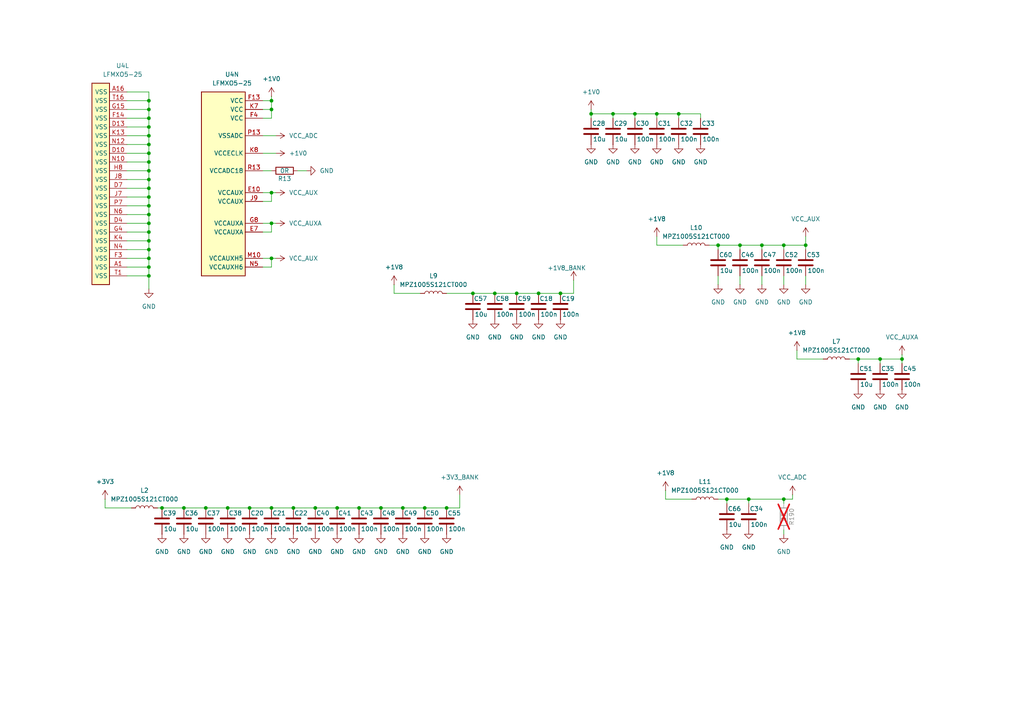
<source format=kicad_sch>
(kicad_sch (version 20231120) (generator "eeschema") (generator_version "8.0")
  (paper "A4")
  (junction (at 43.18 46.99))
  (junction (at 248.92 104.14))
  (junction (at 227.33 144.78))
  (junction (at 59.69 147.32))
  (junction (at 43.18 62.23))
  (junction (at 43.18 39.37))
  (junction (at 53.34 147.32))
  (junction (at 104.14 147.32))
  (junction (at 227.33 71.12))
  (junction (at 43.18 54.61))
  (junction (at 72.39 147.32))
  (junction (at 190.5 33.02))
  (junction (at 78.74 64.77))
  (junction (at 171.45 33.02))
  (junction (at 129.54 147.32))
  (junction (at 162.56 85.09))
  (junction (at 43.18 44.45))
  (junction (at 43.18 74.93))
  (junction (at 196.85 33.02))
  (junction (at 78.74 55.88))
  (junction (at 43.18 77.47))
  (junction (at 43.18 67.31))
  (junction (at 46.99 147.32))
  (junction (at 43.18 52.07))
  (junction (at 43.18 57.15))
  (junction (at 43.18 36.83))
  (junction (at 210.82 144.78))
  (junction (at 97.79 147.32))
  (junction (at 78.74 74.93))
  (junction (at 43.18 69.85))
  (junction (at 184.15 33.02))
  (junction (at 149.86 85.09))
  (junction (at 78.74 31.75))
  (junction (at 177.8 33.02))
  (junction (at 233.68 71.12))
  (junction (at 43.18 80.01))
  (junction (at 91.44 147.32))
  (junction (at 110.49 147.32))
  (junction (at 137.16 85.09))
  (junction (at 43.18 59.69))
  (junction (at 43.18 29.21))
  (junction (at 43.18 72.39))
  (junction (at 220.98 71.12))
  (junction (at 43.18 64.77))
  (junction (at 214.63 71.12))
  (junction (at 43.18 31.75))
  (junction (at 78.74 29.21))
  (junction (at 123.19 147.32))
  (junction (at 143.51 85.09))
  (junction (at 43.18 49.53))
  (junction (at 255.27 104.14))
  (junction (at 208.28 71.12))
  (junction (at 217.17 144.78))
  (junction (at 261.62 104.14))
  (junction (at 116.84 147.32))
  (junction (at 43.18 34.29))
  (junction (at 66.04 147.32))
  (junction (at 43.18 41.91))
  (junction (at 78.74 147.32))
  (junction (at 85.09 147.32))
  (junction (at 156.21 85.09))
  (wire (pts (xy 208.28 80.01) (xy 208.28 82.55)))
  (wire (pts (xy 45.72 147.32) (xy 46.99 147.32)))
  (wire (pts (xy 208.28 71.12) (xy 208.28 72.39)))
  (wire (pts (xy 76.2 39.37) (xy 80.01 39.37)))
  (wire (pts (xy 76.2 31.75) (xy 78.74 31.75)))
  (wire (pts (xy 43.18 26.67) (xy 36.83 26.67)))
  (wire (pts (xy 78.74 27.94) (xy 78.74 29.21)))
  (wire (pts (xy 156.21 85.09) (xy 149.86 85.09)))
  (wire (pts (xy 36.83 80.01) (xy 43.18 80.01)))
  (wire (pts (xy 129.54 147.32) (xy 123.19 147.32)))
  (wire (pts (xy 36.83 59.69) (xy 43.18 59.69)))
  (wire (pts (xy 208.28 144.78) (xy 210.82 144.78)))
  (wire (pts (xy 38.1 147.32) (xy 30.48 147.32)))
  (wire (pts (xy 227.33 144.78) (xy 217.17 144.78)))
  (wire (pts (xy 36.83 54.61) (xy 43.18 54.61)))
  (wire (pts (xy 36.83 29.21) (xy 43.18 29.21)))
  (wire (pts (xy 190.5 68.58) (xy 190.5 71.12)))
  (wire (pts (xy 43.18 49.53) (xy 43.18 46.99)))
  (wire (pts (xy 171.45 31.75) (xy 171.45 33.02)))
  (wire (pts (xy 43.18 54.61) (xy 43.18 52.07)))
  (wire (pts (xy 227.33 71.12) (xy 227.33 72.39)))
  (wire (pts (xy 36.83 77.47) (xy 43.18 77.47)))
  (wire (pts (xy 227.33 80.01) (xy 227.33 82.55)))
  (wire (pts (xy 43.18 59.69) (xy 43.18 57.15)))
  (wire (pts (xy 104.14 147.32) (xy 97.79 147.32)))
  (wire (pts (xy 43.18 80.01) (xy 43.18 77.47)))
  (wire (pts (xy 162.56 85.09) (xy 156.21 85.09)))
  (wire (pts (xy 43.18 62.23) (xy 43.18 59.69)))
  (wire (pts (xy 255.27 104.14) (xy 261.62 104.14)))
  (wire (pts (xy 208.28 71.12) (xy 214.63 71.12)))
  (wire (pts (xy 43.18 74.93) (xy 43.18 72.39)))
  (wire (pts (xy 36.83 46.99) (xy 43.18 46.99)))
  (wire (pts (xy 97.79 147.32) (xy 91.44 147.32)))
  (wire (pts (xy 43.18 29.21) (xy 43.18 26.67)))
  (wire (pts (xy 114.3 82.55) (xy 114.3 85.09)))
  (wire (pts (xy 133.35 147.32) (xy 129.54 147.32)))
  (wire (pts (xy 43.18 83.82) (xy 43.18 80.01)))
  (wire (pts (xy 227.33 144.78) (xy 227.33 146.05)))
  (wire (pts (xy 78.74 29.21) (xy 78.74 31.75)))
  (wire (pts (xy 261.62 102.87) (xy 261.62 104.14)))
  (wire (pts (xy 231.14 104.14) (xy 238.76 104.14)))
  (wire (pts (xy 214.63 80.01) (xy 214.63 82.55)))
  (wire (pts (xy 190.5 33.02) (xy 184.15 33.02)))
  (wire (pts (xy 137.16 85.09) (xy 143.51 85.09)))
  (wire (pts (xy 233.68 80.01) (xy 233.68 82.55)))
  (wire (pts (xy 43.18 44.45) (xy 43.18 41.91)))
  (wire (pts (xy 227.33 153.67) (xy 227.33 154.94)))
  (wire (pts (xy 190.5 71.12) (xy 198.12 71.12)))
  (wire (pts (xy 203.2 33.02) (xy 203.2 34.29)))
  (wire (pts (xy 78.74 64.77) (xy 78.74 67.31)))
  (wire (pts (xy 43.18 41.91) (xy 43.18 39.37)))
  (wire (pts (xy 36.83 64.77) (xy 43.18 64.77)))
  (wire (pts (xy 43.18 69.85) (xy 43.18 67.31)))
  (wire (pts (xy 123.19 147.32) (xy 116.84 147.32)))
  (wire (pts (xy 210.82 144.78) (xy 217.17 144.78)))
  (wire (pts (xy 36.83 57.15) (xy 43.18 57.15)))
  (wire (pts (xy 193.04 144.78) (xy 200.66 144.78)))
  (wire (pts (xy 248.92 104.14) (xy 255.27 104.14)))
  (wire (pts (xy 78.74 55.88) (xy 80.01 55.88)))
  (wire (pts (xy 196.85 33.02) (xy 196.85 34.29)))
  (wire (pts (xy 210.82 144.78) (xy 210.82 146.05)))
  (wire (pts (xy 76.2 29.21) (xy 78.74 29.21)))
  (wire (pts (xy 110.49 147.32) (xy 104.14 147.32)))
  (wire (pts (xy 85.09 147.32) (xy 78.74 147.32)))
  (wire (pts (xy 78.74 74.93) (xy 80.01 74.93)))
  (wire (pts (xy 76.2 77.47) (xy 78.74 77.47)))
  (wire (pts (xy 36.83 44.45) (xy 43.18 44.45)))
  (wire (pts (xy 36.83 36.83) (xy 43.18 36.83)))
  (wire (pts (xy 177.8 33.02) (xy 171.45 33.02)))
  (wire (pts (xy 229.87 144.78) (xy 227.33 144.78)))
  (wire (pts (xy 255.27 104.14) (xy 255.27 105.41)))
  (wire (pts (xy 203.2 33.02) (xy 196.85 33.02)))
  (wire (pts (xy 43.18 39.37) (xy 43.18 36.83)))
  (wire (pts (xy 76.2 64.77) (xy 78.74 64.77)))
  (wire (pts (xy 36.83 39.37) (xy 43.18 39.37)))
  (wire (pts (xy 78.74 74.93) (xy 78.74 77.47)))
  (wire (pts (xy 193.04 142.24) (xy 193.04 144.78)))
  (wire (pts (xy 76.2 74.93) (xy 78.74 74.93)))
  (wire (pts (xy 76.2 49.53) (xy 78.74 49.53)))
  (wire (pts (xy 36.83 31.75) (xy 43.18 31.75)))
  (wire (pts (xy 261.62 105.41) (xy 261.62 104.14)))
  (wire (pts (xy 78.74 31.75) (xy 78.74 34.29)))
  (wire (pts (xy 78.74 55.88) (xy 78.74 58.42)))
  (wire (pts (xy 91.44 147.32) (xy 85.09 147.32)))
  (wire (pts (xy 43.18 77.47) (xy 43.18 74.93)))
  (wire (pts (xy 43.18 67.31) (xy 43.18 64.77)))
  (wire (pts (xy 53.34 147.32) (xy 59.69 147.32)))
  (wire (pts (xy 116.84 147.32) (xy 110.49 147.32)))
  (wire (pts (xy 36.83 69.85) (xy 43.18 69.85)))
  (wire (pts (xy 162.56 85.09) (xy 166.37 85.09)))
  (wire (pts (xy 214.63 71.12) (xy 220.98 71.12)))
  (wire (pts (xy 59.69 147.32) (xy 66.04 147.32)))
  (wire (pts (xy 76.2 67.31) (xy 78.74 67.31)))
  (wire (pts (xy 143.51 85.09) (xy 149.86 85.09)))
  (wire (pts (xy 36.83 67.31) (xy 43.18 67.31)))
  (wire (pts (xy 184.15 33.02) (xy 184.15 34.29)))
  (wire (pts (xy 43.18 72.39) (xy 43.18 69.85)))
  (wire (pts (xy 78.74 64.77) (xy 80.01 64.77)))
  (wire (pts (xy 196.85 33.02) (xy 190.5 33.02)))
  (wire (pts (xy 76.2 34.29) (xy 78.74 34.29)))
  (wire (pts (xy 36.83 34.29) (xy 43.18 34.29)))
  (wire (pts (xy 171.45 33.02) (xy 171.45 34.29)))
  (wire (pts (xy 43.18 52.07) (xy 43.18 49.53)))
  (wire (pts (xy 46.99 147.32) (xy 53.34 147.32)))
  (wire (pts (xy 227.33 71.12) (xy 233.68 71.12)))
  (wire (pts (xy 76.2 44.45) (xy 80.01 44.45)))
  (wire (pts (xy 43.18 36.83) (xy 43.18 34.29)))
  (wire (pts (xy 43.18 64.77) (xy 43.18 62.23)))
  (wire (pts (xy 214.63 71.12) (xy 214.63 72.39)))
  (wire (pts (xy 220.98 80.01) (xy 220.98 82.55)))
  (wire (pts (xy 36.83 62.23) (xy 43.18 62.23)))
  (wire (pts (xy 36.83 41.91) (xy 43.18 41.91)))
  (wire (pts (xy 229.87 143.51) (xy 229.87 144.78)))
  (wire (pts (xy 43.18 46.99) (xy 43.18 44.45)))
  (wire (pts (xy 166.37 81.28) (xy 166.37 85.09)))
  (wire (pts (xy 220.98 71.12) (xy 227.33 71.12)))
  (wire (pts (xy 43.18 34.29) (xy 43.18 31.75)))
  (wire (pts (xy 78.74 147.32) (xy 72.39 147.32)))
  (wire (pts (xy 220.98 71.12) (xy 220.98 72.39)))
  (wire (pts (xy 190.5 33.02) (xy 190.5 34.29)))
  (wire (pts (xy 129.54 85.09) (xy 137.16 85.09)))
  (wire (pts (xy 86.36 49.53) (xy 88.9 49.53)))
  (wire (pts (xy 205.74 71.12) (xy 208.28 71.12)))
  (wire (pts (xy 36.83 74.93) (xy 43.18 74.93)))
  (wire (pts (xy 177.8 33.02) (xy 177.8 34.29)))
  (wire (pts (xy 36.83 72.39) (xy 43.18 72.39)))
  (wire (pts (xy 36.83 52.07) (xy 43.18 52.07)))
  (wire (pts (xy 233.68 68.58) (xy 233.68 71.12)))
  (wire (pts (xy 233.68 71.12) (xy 233.68 72.39)))
  (wire (pts (xy 43.18 57.15) (xy 43.18 54.61)))
  (wire (pts (xy 248.92 104.14) (xy 248.92 105.41)))
  (wire (pts (xy 36.83 49.53) (xy 43.18 49.53)))
  (wire (pts (xy 217.17 144.78) (xy 217.17 146.05)))
  (wire (pts (xy 72.39 147.32) (xy 66.04 147.32)))
  (wire (pts (xy 184.15 33.02) (xy 177.8 33.02)))
  (wire (pts (xy 231.14 101.6) (xy 231.14 104.14)))
  (wire (pts (xy 30.48 144.78) (xy 30.48 147.32)))
  (wire (pts (xy 76.2 58.42) (xy 78.74 58.42)))
  (wire (pts (xy 246.38 104.14) (xy 248.92 104.14)))
  (wire (pts (xy 121.92 85.09) (xy 114.3 85.09)))
  (wire (pts (xy 133.35 143.51) (xy 133.35 147.32)))
  (wire (pts (xy 76.2 55.88) (xy 78.74 55.88)))
  (wire (pts (xy 43.18 31.75) (xy 43.18 29.21)))
  (symbol (lib_id "power:GND") (at 78.74 154.94 0) (unit 1)
    (property "Reference" "#PWR029" (effects (hide yes)))
    (property "Value" "GND" (at 78.74 160.02 0))
    (property "Description" "Power symbol creates a global label with name \"GND\" , ground" (effects (hide yes)))
  )
  (symbol (lib_id "Device:C") (at 184.15 38.1 0) (unit 1)
    (property "Reference" "C30" (at 184.404 35.814 0) (effects (justify left)))
    (property "Value" "100n" (at 184.658 40.386 0) (effects (justify left)))
    (property "Footprint" "Capacitor_SMD:C_0402_1005Metric" (effects (hide yes)))
    (property "Description" "Unpolarized capacitor" (effects (hide yes)))
  )
  (symbol (lib_id "power:+1V0") (at 114.3 82.55 0) (unit 1)
    (property "Reference" "#PWR093" (effects (hide yes)))
    (property "Value" "+1V8" (at 114.3 77.47 0))
    (property "Description" "Power symbol creates a global label with name \"+1V0\"" (effects (hide yes)))
  )
  (symbol (lib_id "power:GND") (at 137.16 92.71 0) (unit 1)
    (property "Reference" "#PWR0100" (effects (hide yes)))
    (property "Value" "GND" (at 137.16 97.79 0))
    (property "Description" "Power symbol creates a global label with name \"GND\" , ground" (effects (hide yes)))
  )
  (symbol (lib_id "Device:C") (at 72.39 151.13 0) (unit 1)
    (property "Reference" "C20" (at 72.644 148.844 0) (effects (justify left)))
    (property "Value" "100n" (at 72.898 153.416 0) (effects (justify left)))
    (property "Footprint" "Capacitor_SMD:C_0402_1005Metric" (effects (hide yes)))
    (property "Description" "Unpolarized capacitor" (effects (hide yes)))
  )
  (symbol (lib_id "power:GND") (at 116.84 154.94 0) (unit 1)
    (property "Reference" "#PWR069" (effects (hide yes)))
    (property "Value" "GND" (at 116.84 160.02 0))
    (property "Description" "Power symbol creates a global label with name \"GND\" , ground" (effects (hide yes)))
  )
  (symbol (lib_id "Device:C") (at 261.62 109.22 0) (unit 1)
    (property "Reference" "C45" (at 261.874 106.934 0) (effects (justify left)))
    (property "Value" "100n" (at 262.128 111.506 0) (effects (justify left)))
    (property "Footprint" "Capacitor_SMD:C_0402_1005Metric" (effects (hide yes)))
    (property "Description" "Unpolarized capacitor" (effects (hide yes)))
  )
  (symbol (lib_id "Device:C") (at 214.63 76.2 0) (unit 1)
    (property "Reference" "C46" (at 214.884 73.914 0) (effects (justify left)))
    (property "Value" "100n" (at 215.138 78.486 0) (effects (justify left)))
    (property "Footprint" "Capacitor_SMD:C_0402_1005Metric" (effects (hide yes)))
    (property "Description" "Unpolarized capacitor" (effects (hide yes)))
  )
  (symbol (lib_id "Device:C") (at 208.28 76.2 0) (unit 1)
    (property "Reference" "C60" (at 208.534 73.914 0) (effects (justify left)))
    (property "Value" "10u" (at 208.788 78.486 0) (effects (justify left)))
    (property "Footprint" "Capacitor_SMD:C_0603_1608Metric" (effects (hide yes)))
    (property "Description" "Unpolarized capacitor" (effects (hide yes)))
  )
  (symbol (lib_id "power:+1V0") (at 233.68 68.58 0) (unit 1)
    (property "Reference" "#PWR084" (effects (hide yes)))
    (property "Value" "VCC_AUX" (at 233.68 63.5 0))
    (property "Description" "Power symbol creates a global label with name \"+1V0\"" (effects (hide yes)))
  )
  (symbol (lib_id "Device:C") (at 203.2 38.1 0) (unit 1)
    (property "Reference" "C33" (at 203.454 35.814 0) (effects (justify left)))
    (property "Value" "100n" (at 203.708 40.386 0) (effects (justify left)))
    (property "Footprint" "Capacitor_SMD:C_0402_1005Metric" (effects (hide yes)))
    (property "Description" "Unpolarized capacitor" (effects (hide yes)))
  )
  (symbol (lib_id "Device:C") (at 137.16 88.9 0) (unit 1)
    (property "Reference" "C57" (at 137.414 86.614 0) (effects (justify left)))
    (property "Value" "10u" (at 137.668 91.186 0) (effects (justify left)))
    (property "Footprint" "Capacitor_SMD:C_0603_1608Metric" (effects (hide yes)))
    (property "Description" "Unpolarized capacitor" (effects (hide yes)))
  )
  (symbol (lib_id "power:GND") (at 196.85 41.91 0) (unit 1)
    (property "Reference" "#PWR053" (effects (hide yes)))
    (property "Value" "GND" (at 196.85 46.99 0))
    (property "Description" "Power symbol creates a global label with name \"GND\" , ground" (effects (hide yes)))
  )
  (symbol (lib_id "Device:C") (at 227.33 76.2 0) (unit 1)
    (property "Reference" "C52" (at 227.584 73.914 0) (effects (justify left)))
    (property "Value" "100n" (at 227.838 78.486 0) (effects (justify left)))
    (property "Footprint" "Capacitor_SMD:C_0402_1005Metric" (effects (hide yes)))
    (property "Description" "Unpolarized capacitor" (effects (hide yes)))
  )
  (symbol (lib_id "power:GND") (at 248.92 113.03 0) (unit 1)
    (property "Reference" "#PWR088" (effects (hide yes)))
    (property "Value" "GND" (at 248.92 118.11 0))
    (property "Description" "Power symbol creates a global label with name \"GND\" , ground" (effects (hide yes)))
  )
  (symbol (lib_id "power:GND") (at 156.21 92.71 0) (unit 1)
    (property "Reference" "#PWR026" (effects (hide yes)))
    (property "Value" "GND" (at 156.21 97.79 0))
    (property "Description" "Power symbol creates a global label with name \"GND\" , ground" (effects (hide yes)))
  )
  (symbol (lib_id "Device:L") (at 201.93 71.12 90) (unit 1)
    (property "Reference" "L10" (at 201.93 66.04 90))
    (property "Value" "MPZ1005S121CT000" (at 201.93 68.58 90))
    (property "Footprint" "Inductor_SMD:L_0402_1005Metric" (effects (hide yes)))
    (property "Description" "Inductor" (effects (hide yes)))
  )
  (symbol (lib_id "power:GND") (at 91.44 154.94 0) (unit 1)
    (property "Reference" "#PWR031" (effects (hide yes)))
    (property "Value" "GND" (at 91.44 160.02 0))
    (property "Description" "Power symbol creates a global label with name \"GND\" , ground" (effects (hide yes)))
  )
  (symbol (lib_id "power:GND") (at 123.19 154.94 0) (unit 1)
    (property "Reference" "#PWR070" (effects (hide yes)))
    (property "Value" "GND" (at 123.19 160.02 0))
    (property "Description" "Power symbol creates a global label with name \"GND\" , ground" (effects (hide yes)))
  )
  (symbol (lib_id "power:GND") (at 208.28 82.55 0) (unit 1)
    (property "Reference" "#PWR0103" (effects (hide yes)))
    (property "Value" "GND" (at 208.28 87.63 0))
    (property "Description" "Power symbol creates a global label with name \"GND\" , ground" (effects (hide yes)))
  )
  (symbol (lib_id "Device:C") (at 162.56 88.9 0) (unit 1)
    (property "Reference" "C19" (at 162.814 86.614 0) (effects (justify left)))
    (property "Value" "100n" (at 163.068 91.186 0) (effects (justify left)))
    (property "Footprint" "Capacitor_SMD:C_0402_1005Metric" (effects (hide yes)))
    (property "Description" "Unpolarized capacitor" (effects (hide yes)))
  )
  (symbol (lib_id "Device:C") (at 233.68 76.2 0) (unit 1)
    (property "Reference" "C53" (at 233.934 73.914 0) (effects (justify left)))
    (property "Value" "100n" (at 234.188 78.486 0) (effects (justify left)))
    (property "Footprint" "Capacitor_SMD:C_0402_1005Metric" (effects (hide yes)))
    (property "Description" "Unpolarized capacitor" (effects (hide yes)))
  )
  (symbol (lib_id "Device:C") (at 149.86 88.9 0) (unit 1)
    (property "Reference" "C59" (at 150.114 86.614 0) (effects (justify left)))
    (property "Value" "100n" (at 150.368 91.186 0) (effects (justify left)))
    (property "Footprint" "Capacitor_SMD:C_0402_1005Metric" (effects (hide yes)))
    (property "Description" "Unpolarized capacitor" (effects (hide yes)))
  )
  (symbol (lib_id "power:+1V0") (at 80.01 64.77 270) (unit 1)
    (property "Reference" "#PWR065" (effects (hide yes)))
    (property "Value" "VCC_AUXA" (at 83.82 64.7699 90) (effects (justify left)))
    (property "Description" "Power symbol creates a global label with name \"+1V0\"" (effects (hide yes)))
  )
  (symbol (lib_id "power:GND") (at 255.27 113.03 0) (unit 1)
    (property "Reference" "#PWR089" (effects (hide yes)))
    (property "Value" "GND" (at 255.27 118.11 0))
    (property "Description" "Power symbol creates a global label with name \"GND\" , ground" (effects (hide yes)))
  )
  (symbol (lib_id "Device:C") (at 97.79 151.13 0) (unit 1)
    (property "Reference" "C41" (at 98.044 148.844 0) (effects (justify left)))
    (property "Value" "100n" (at 98.298 153.416 0) (effects (justify left)))
    (property "Footprint" "Capacitor_SMD:C_0402_1005Metric" (effects (hide yes)))
    (property "Description" "Unpolarized capacitor" (effects (hide yes)))
  )
  (symbol (lib_id "power:+1V0") (at 229.87 143.51 0) (unit 1)
    (property "Reference" "#PWR0109" (effects (hide yes)))
    (property "Value" "VCC_ADC" (at 229.87 138.43 0))
    (property "Description" "Power symbol creates a global label with name \"+1V0\"" (effects (hide yes)))
  )
  (symbol (lib_id "Device:C") (at 110.49 151.13 0) (unit 1)
    (property "Reference" "C48" (at 110.744 148.844 0) (effects (justify left)))
    (property "Value" "100n" (at 110.998 153.416 0) (effects (justify left)))
    (property "Footprint" "Capacitor_SMD:C_0402_1005Metric" (effects (hide yes)))
    (property "Description" "Unpolarized capacitor" (effects (hide yes)))
  )
  (symbol (lib_id "Device:L") (at 41.91 147.32 90) (unit 1)
    (property "Reference" "L2" (at 41.91 142.24 90))
    (property "Value" "MPZ1005S121CT000" (at 41.91 144.78 90))
    (property "Footprint" "Inductor_SMD:L_0402_1005Metric" (effects (hide yes)))
    (property "Description" "Inductor" (effects (hide yes)))
  )
  (symbol (lib_id "power:GND") (at 97.79 154.94 0) (unit 1)
    (property "Reference" "#PWR032" (effects (hide yes)))
    (property "Value" "GND" (at 97.79 160.02 0))
    (property "Description" "Power symbol creates a global label with name \"GND\" , ground" (effects (hide yes)))
  )
  (symbol (lib_id "Device:C") (at 104.14 151.13 0) (unit 1)
    (property "Reference" "C43" (at 104.394 148.844 0) (effects (justify left)))
    (property "Value" "100n" (at 104.648 153.416 0) (effects (justify left)))
    (property "Footprint" "Capacitor_SMD:C_0402_1005Metric" (effects (hide yes)))
    (property "Description" "Unpolarized capacitor" (effects (hide yes)))
  )
  (symbol (lib_id "power:GND") (at 149.86 92.71 0) (unit 1)
    (property "Reference" "#PWR0102" (effects (hide yes)))
    (property "Value" "GND" (at 149.86 97.79 0))
    (property "Description" "Power symbol creates a global label with name \"GND\" , ground" (effects (hide yes)))
  )
  (symbol (lib_id "power:+1V0") (at 78.74 27.94 0) (unit 1)
    (property "Reference" "#PWR044" (effects (hide yes)))
    (property "Value" "+1V0" (at 78.74 22.86 0))
    (property "Description" "Power symbol creates a global label with name \"+1V0\"" (effects (hide yes)))
  )
  (symbol (lib_id "Device:C") (at 78.74 151.13 0) (unit 1)
    (property "Reference" "C21" (at 78.994 148.844 0) (effects (justify left)))
    (property "Value" "100n" (at 79.248 153.416 0) (effects (justify left)))
    (property "Footprint" "Capacitor_SMD:C_0402_1005Metric" (effects (hide yes)))
    (property "Description" "Unpolarized capacitor" (effects (hide yes)))
  )
  (symbol (lib_id "power:+1V0") (at 80.01 39.37 270) (unit 1)
    (property "Reference" "#PWR048" (effects (hide yes)))
    (property "Value" "VCC_ADC" (at 83.82 39.3699 90) (effects (justify left)))
    (property "Description" "Power symbol creates a global label with name \"+1V0\"" (effects (hide yes)))
  )
  (symbol (lib_id "power:+1V0") (at 261.62 102.87 0) (unit 1)
    (property "Reference" "#PWR080" (effects (hide yes)))
    (property "Value" "VCC_AUXA" (at 261.62 97.79 0))
    (property "Description" "Power symbol creates a global label with name \"+1V0\"" (effects (hide yes)))
  )
  (symbol (lib_id "power:GND") (at 227.33 82.55 0) (unit 1)
    (property "Reference" "#PWR078" (effects (hide yes)))
    (property "Value" "GND" (at 227.33 87.63 0))
    (property "Description" "Power symbol creates a global label with name \"GND\" , ground" (effects (hide yes)))
  )
  (symbol (lib_id "power:+1V0") (at 171.45 31.75 0) (unit 1)
    (property "Reference" "#PWR045" (effects (hide yes)))
    (property "Value" "+1V0" (at 171.45 26.67 0))
    (property "Description" "Power symbol creates a global label with name \"+1V0\"" (effects (hide yes)))
  )
  (symbol (lib_id "power:+3V3") (at 166.37 81.28 0) (unit 1)
    (property "Reference" "#PWR094" (effects (hide yes)))
    (property "Value" "+1V8_BANK" (at 158.75 77.724 0) (effects (justify left)))
    (property "Description" "Power symbol creates a global label with name \"+3V3\"" (effects (hide yes)))
  )
  (symbol (lib_id "Device:R") (at 82.55 49.53 90) (unit 1)
    (property "Reference" "R13" (at 82.55 51.816 90))
    (property "Value" "0R" (at 82.55 49.53 90))
    (property "Footprint" "Resistor_SMD:R_0603_1608Metric" (effects (hide yes)))
    (property "Description" "Resistor" (effects (hide yes)))
  )
  (symbol (lib_id "Device:C") (at 196.85 38.1 0) (unit 1)
    (property "Reference" "C32" (at 197.104 35.814 0) (effects (justify left)))
    (property "Value" "100n" (at 197.358 40.386 0) (effects (justify left)))
    (property "Footprint" "Capacitor_SMD:C_0402_1005Metric" (effects (hide yes)))
    (property "Description" "Unpolarized capacitor" (effects (hide yes)))
  )
  (symbol (lib_id "Device:C") (at 248.92 109.22 0) (unit 1)
    (property "Reference" "C51" (at 249.174 106.934 0) (effects (justify left)))
    (property "Value" "10u" (at 249.428 111.506 0) (effects (justify left)))
    (property "Footprint" "Capacitor_SMD:C_0603_1608Metric" (effects (hide yes)))
    (property "Description" "Unpolarized capacitor" (effects (hide yes)))
  )
  (symbol (lib_id "power:GND") (at 85.09 154.94 0) (unit 1)
    (property "Reference" "#PWR030" (effects (hide yes)))
    (property "Value" "GND" (at 85.09 160.02 0))
    (property "Description" "Power symbol creates a global label with name \"GND\" , ground" (effects (hide yes)))
  )
  (symbol (lib_id "power:GND") (at 177.8 41.91 0) (unit 1)
    (property "Reference" "#PWR050" (effects (hide yes)))
    (property "Value" "GND" (at 177.8 46.99 0))
    (property "Description" "Power symbol creates a global label with name \"GND\" , ground" (effects (hide yes)))
  )
  (symbol (lib_id "power:GND") (at 66.04 154.94 0) (unit 1)
    (property "Reference" "#PWR060" (effects (hide yes)))
    (property "Value" "GND" (at 66.04 160.02 0))
    (property "Description" "Power symbol creates a global label with name \"GND\" , ground" (effects (hide yes)))
  )
  (symbol (lib_id "Device:L") (at 204.47 144.78 90) (unit 1)
    (property "Reference" "L11" (at 204.47 139.7 90))
    (property "Value" "MPZ1005S121CT000" (at 204.47 142.24 90))
    (property "Footprint" "Inductor_SMD:L_0402_1005Metric" (effects (hide yes)))
    (property "Description" "Inductor" (effects (hide yes)))
  )
  (symbol (lib_id "Device:C") (at 123.19 151.13 0) (unit 1)
    (property "Reference" "C50" (at 123.444 148.844 0) (effects (justify left)))
    (property "Value" "100n" (at 123.698 153.416 0) (effects (justify left)))
    (property "Footprint" "Capacitor_SMD:C_0402_1005Metric" (effects (hide yes)))
    (property "Description" "Unpolarized capacitor" (effects (hide yes)))
  )
  (symbol (lib_id "Device:C") (at 66.04 151.13 0) (unit 1)
    (property "Reference" "C38" (at 66.294 148.844 0) (effects (justify left)))
    (property "Value" "100n" (at 66.548 153.416 0) (effects (justify left)))
    (property "Footprint" "Capacitor_SMD:C_0402_1005Metric" (effects (hide yes)))
    (property "Description" "Unpolarized capacitor" (effects (hide yes)))
  )
  (symbol (lib_id "Device:R") (at 227.33 149.86 180) (unit 1) (dnp yes)
    (property "Reference" "R190" (at 229.616 149.86 90))
    (property "Value" "0R" (at 227.33 149.86 90))
    (property "Footprint" "Resistor_SMD:R_0603_1608Metric" (effects (hide yes)))
    (property "Description" "Resistor" (effects (hide yes)))
  )
  (symbol (lib_id "power:GND") (at 46.99 154.94 0) (unit 1)
    (property "Reference" "#PWR063" (effects (hide yes)))
    (property "Value" "GND" (at 46.99 160.02 0))
    (property "Description" "Power symbol creates a global label with name \"GND\" , ground" (effects (hide yes)))
  )
  (symbol (lib_id "Device:C") (at 255.27 109.22 0) (unit 1)
    (property "Reference" "C35" (at 255.524 106.934 0) (effects (justify left)))
    (property "Value" "100n" (at 255.778 111.506 0) (effects (justify left)))
    (property "Footprint" "Capacitor_SMD:C_0402_1005Metric" (effects (hide yes)))
    (property "Description" "Unpolarized capacitor" (effects (hide yes)))
  )
  (symbol (lib_id "Device:C") (at 143.51 88.9 0) (unit 1)
    (property "Reference" "C58" (at 143.764 86.614 0) (effects (justify left)))
    (property "Value" "100n" (at 144.018 91.186 0) (effects (justify left)))
    (property "Footprint" "Capacitor_SMD:C_0402_1005Metric" (effects (hide yes)))
    (property "Description" "Unpolarized capacitor" (effects (hide yes)))
  )
  (symbol (lib_id "power:+3V3") (at 30.48 144.78 0) (unit 1)
    (property "Reference" "#PWR046" (effects (hide yes)))
    (property "Value" "+3V3" (at 30.48 139.7 0))
    (property "Description" "Power symbol creates a global label with name \"+3V3\"" (effects (hide yes)))
  )
  (symbol (lib_id "power:+1V0") (at 231.14 101.6 0) (unit 1)
    (property "Reference" "#PWR083" (effects (hide yes)))
    (property "Value" "+1V8" (at 231.14 96.52 0))
    (property "Description" "Power symbol creates a global label with name \"+1V0\"" (effects (hide yes)))
  )
  (symbol (lib_id "power:+3V3") (at 133.35 143.51 0) (unit 1)
    (property "Reference" "#PWR047" (effects (hide yes)))
    (property "Value" "+3V3_BANK" (at 133.35 138.43 0))
    (property "Description" "Power symbol creates a global label with name \"+3V3\"" (effects (hide yes)))
  )
  (symbol (lib_id "Device:C") (at 91.44 151.13 0) (unit 1)
    (property "Reference" "C40" (at 91.694 148.844 0) (effects (justify left)))
    (property "Value" "100n" (at 91.948 153.416 0) (effects (justify left)))
    (property "Footprint" "Capacitor_SMD:C_0402_1005Metric" (effects (hide yes)))
    (property "Description" "Unpolarized capacitor" (effects (hide yes)))
  )
  (symbol (lib_id "Device:C") (at 190.5 38.1 0) (unit 1)
    (property "Reference" "C31" (at 190.754 35.814 0) (effects (justify left)))
    (property "Value" "100n" (at 191.008 40.386 0) (effects (justify left)))
    (property "Footprint" "Capacitor_SMD:C_0402_1005Metric" (effects (hide yes)))
    (property "Description" "Unpolarized capacitor" (effects (hide yes)))
  )
  (symbol (lib_id "power:+1V0") (at 80.01 74.93 270) (unit 1)
    (property "Reference" "#PWR071" (effects (hide yes)))
    (property "Value" "VCC_AUX" (at 83.82 74.9299 90) (effects (justify left)))
    (property "Description" "Power symbol creates a global label with name \"+1V0\"" (effects (hide yes)))
  )
  (symbol (lib_id "power:GND") (at 227.33 154.94 0) (unit 1)
    (property "Reference" "#PWR056" (effects (hide yes)))
    (property "Value" "GND" (at 227.33 160.02 0))
    (property "Description" "Power symbol creates a global label with name \"GND\" , ground" (effects (hide yes)))
  )
  (symbol (lib_id "Device:C") (at 177.8 38.1 0) (unit 1)
    (property "Reference" "C29" (at 178.054 35.814 0) (effects (justify left)))
    (property "Value" "10u" (at 178.308 40.386 0) (effects (justify left)))
    (property "Footprint" "Capacitor_SMD:C_0603_1608Metric" (effects (hide yes)))
    (property "Description" "Unpolarized capacitor" (effects (hide yes)))
  )
  (symbol (lib_id "Device:C") (at 46.99 151.13 0) (unit 1)
    (property "Reference" "C39" (at 47.244 148.844 0) (effects (justify left)))
    (property "Value" "10u" (at 47.498 153.416 0) (effects (justify left)))
    (property "Footprint" "Capacitor_SMD:C_0603_1608Metric" (effects (hide yes)))
    (property "Description" "Unpolarized capacitor" (effects (hide yes)))
  )
  (symbol (lib_id "power:GND") (at 261.62 113.03 0) (unit 1)
    (property "Reference" "#PWR090" (effects (hide yes)))
    (property "Value" "GND" (at 261.62 118.11 0))
    (property "Description" "Power symbol creates a global label with name \"GND\" , ground" (effects (hide yes)))
  )
  (symbol (lib_id "power:GND") (at 43.18 83.82 0) (unit 1)
    (property "Reference" "#PWR077" (effects (hide yes)))
    (property "Value" "GND" (at 43.18 88.9 0))
    (property "Description" "Power symbol creates a global label with name \"GND\" , ground" (effects (hide yes)))
  )
  (symbol (lib_id "Device:L") (at 125.73 85.09 90) (unit 1)
    (property "Reference" "L9" (at 125.73 80.01 90))
    (property "Value" "MPZ1005S121CT000" (at 125.73 82.55 90))
    (property "Footprint" "Inductor_SMD:L_0402_1005Metric" (effects (hide yes)))
    (property "Description" "Inductor" (effects (hide yes)))
  )
  (symbol (lib_id "Device:C") (at 85.09 151.13 0) (unit 1)
    (property "Reference" "C22" (at 85.344 148.844 0) (effects (justify left)))
    (property "Value" "100n" (at 85.598 153.416 0) (effects (justify left)))
    (property "Footprint" "Capacitor_SMD:C_0402_1005Metric" (effects (hide yes)))
    (property "Description" "Unpolarized capacitor" (effects (hide yes)))
  )
  (symbol (lib_id "Device:C") (at 171.45 38.1 0) (unit 1)
    (property "Reference" "C28" (at 171.704 35.814 0) (effects (justify left)))
    (property "Value" "10u" (at 171.958 40.386 0) (effects (justify left)))
    (property "Footprint" "Capacitor_SMD:C_0603_1608Metric" (effects (hide yes)))
    (property "Description" "Unpolarized capacitor" (effects (hide yes)))
  )
  (symbol (lib_id "power:GND") (at 203.2 41.91 0) (unit 1)
    (property "Reference" "#PWR054" (effects (hide yes)))
    (property "Value" "GND" (at 203.2 46.99 0))
    (property "Description" "Power symbol creates a global label with name \"GND\" , ground" (effects (hide yes)))
  )
  (symbol (lib_id "Device:C") (at 59.69 151.13 0) (unit 1)
    (property "Reference" "C37" (at 59.944 148.844 0) (effects (justify left)))
    (property "Value" "100n" (at 60.198 153.416 0) (effects (justify left)))
    (property "Footprint" "Capacitor_SMD:C_0402_1005Metric" (effects (hide yes)))
    (property "Description" "Unpolarized capacitor" (effects (hide yes)))
  )
  (symbol (lib_id "Device:C") (at 129.54 151.13 0) (unit 1)
    (property "Reference" "C55" (at 129.794 148.844 0) (effects (justify left)))
    (property "Value" "100n" (at 130.048 153.416 0) (effects (justify left)))
    (property "Footprint" "Capacitor_SMD:C_0402_1005Metric" (effects (hide yes)))
    (property "Description" "Unpolarized capacitor" (effects (hide yes)))
  )
  (symbol (lib_id "power:GND") (at 214.63 82.55 0) (unit 1)
    (property "Reference" "#PWR075" (effects (hide yes)))
    (property "Value" "GND" (at 214.63 87.63 0))
    (property "Description" "Power symbol creates a global label with name \"GND\" , ground" (effects (hide yes)))
  )
  (symbol (lib_id "power:GND") (at 210.82 153.67 0) (unit 1)
    (property "Reference" "#PWR0115" (effects (hide yes)))
    (property "Value" "GND" (at 210.82 158.75 0))
    (property "Description" "Power symbol creates a global label with name \"GND\" , ground" (effects (hide yes)))
  )
  (symbol (lib_id "power:GND") (at 220.98 82.55 0) (unit 1)
    (property "Reference" "#PWR076" (effects (hide yes)))
    (property "Value" "GND" (at 220.98 87.63 0))
    (property "Description" "Power symbol creates a global label with name \"GND\" , ground" (effects (hide yes)))
  )
  (symbol (lib_id "power:GND") (at 88.9 49.53 90) (unit 1)
    (property "Reference" "#PWR061" (effects (hide yes)))
    (property "Value" "GND" (at 92.71 49.5299 90) (effects (justify right)))
    (property "Description" "Power symbol creates a global label with name \"GND\" , ground" (effects (hide yes)))
  )
  (symbol (lib_id "power:+1V0") (at 190.5 68.58 0) (unit 1)
    (property "Reference" "#PWR095" (effects (hide yes)))
    (property "Value" "+1V8" (at 190.5 63.5 0))
    (property "Description" "Power symbol creates a global label with name \"+1V0\"" (effects (hide yes)))
  )
  (symbol (lib_id "MachOX5_NX_25:LFMXO5-25") (at 53.34 29.21 0) (unit 14)
    (property "Reference" "U4" (at 67.31 21.59 0))
    (property "Value" "LFMXO5-25" (at 67.31 24.13 0))
    (property "Footprint" "Package_BGA:BGA-256_14.0x14.0mm_Layout16x16_P0.8mm_Ball0.45mm_Pad0.32mm_NSMD" (effects (hide yes)))
  )
  (symbol (lib_id "MachOX5_NX_25:LFMXO5-25") (at 21.59 26.67 0) (unit 12)
    (property "Reference" "U4" (at 35.56 19.05 0))
    (property "Value" "LFMXO5-25" (at 35.56 21.59 0))
    (property "Footprint" "Package_BGA:BGA-256_14.0x14.0mm_Layout16x16_P0.8mm_Ball0.45mm_Pad0.32mm_NSMD" (effects (hide yes)))
  )
  (symbol (lib_id "power:GND") (at 72.39 154.94 0) (unit 1)
    (property "Reference" "#PWR028" (effects (hide yes)))
    (property "Value" "GND" (at 72.39 160.02 0))
    (property "Description" "Power symbol creates a global label with name \"GND\" , ground" (effects (hide yes)))
  )
  (symbol (lib_id "power:GND") (at 143.51 92.71 0) (unit 1)
    (property "Reference" "#PWR0101" (effects (hide yes)))
    (property "Value" "GND" (at 143.51 97.79 0))
    (property "Description" "Power symbol creates a global label with name \"GND\" , ground" (effects (hide yes)))
  )
  (symbol (lib_id "power:GND") (at 129.54 154.94 0) (unit 1)
    (property "Reference" "#PWR073" (effects (hide yes)))
    (property "Value" "GND" (at 129.54 160.02 0))
    (property "Description" "Power symbol creates a global label with name \"GND\" , ground" (effects (hide yes)))
  )
  (symbol (lib_id "Device:C") (at 53.34 151.13 0) (unit 1)
    (property "Reference" "C36" (at 53.594 148.844 0) (effects (justify left)))
    (property "Value" "10u" (at 53.848 153.416 0) (effects (justify left)))
    (property "Footprint" "Capacitor_SMD:C_0603_1608Metric" (effects (hide yes)))
    (property "Description" "Unpolarized capacitor" (effects (hide yes)))
  )
  (symbol (lib_id "power:+1V0") (at 193.04 142.24 0) (unit 1)
    (property "Reference" "#PWR0106" (effects (hide yes)))
    (property "Value" "+1V8" (at 193.04 137.16 0))
    (property "Description" "Power symbol creates a global label with name \"+1V0\"" (effects (hide yes)))
  )
  (symbol (lib_id "power:GND") (at 110.49 154.94 0) (unit 1)
    (property "Reference" "#PWR034" (effects (hide yes)))
    (property "Value" "GND" (at 110.49 160.02 0))
    (property "Description" "Power symbol creates a global label with name \"GND\" , ground" (effects (hide yes)))
  )
  (symbol (lib_id "power:GND") (at 162.56 92.71 0) (unit 1)
    (property "Reference" "#PWR027" (effects (hide yes)))
    (property "Value" "GND" (at 162.56 97.79 0))
    (property "Description" "Power symbol creates a global label with name \"GND\" , ground" (effects (hide yes)))
  )
  (symbol (lib_id "Device:C") (at 217.17 149.86 0) (unit 1)
    (property "Reference" "C34" (at 217.424 147.574 0) (effects (justify left)))
    (property "Value" "100n" (at 217.678 152.146 0) (effects (justify left)))
    (property "Footprint" "Capacitor_SMD:C_0402_1005Metric" (effects (hide yes)))
    (property "Description" "Unpolarized capacitor" (effects (hide yes)))
  )
  (symbol (lib_id "power:GND") (at 233.68 82.55 0) (unit 1)
    (property "Reference" "#PWR079" (effects (hide yes)))
    (property "Value" "GND" (at 233.68 87.63 0))
    (property "Description" "Power symbol creates a global label with name \"GND\" , ground" (effects (hide yes)))
  )
  (symbol (lib_id "power:GND") (at 190.5 41.91 0) (unit 1)
    (property "Reference" "#PWR052" (effects (hide yes)))
    (property "Value" "GND" (at 190.5 46.99 0))
    (property "Description" "Power symbol creates a global label with name \"GND\" , ground" (effects (hide yes)))
  )
  (symbol (lib_id "power:GND") (at 184.15 41.91 0) (unit 1)
    (property "Reference" "#PWR051" (effects (hide yes)))
    (property "Value" "GND" (at 184.15 46.99 0))
    (property "Description" "Power symbol creates a global label with name \"GND\" , ground" (effects (hide yes)))
  )
  (symbol (lib_id "power:+1V0") (at 80.01 55.88 270) (unit 1)
    (property "Reference" "#PWR062" (effects (hide yes)))
    (property "Value" "VCC_AUX" (at 83.82 55.8799 90) (effects (justify left)))
    (property "Description" "Power symbol creates a global label with name \"+1V0\"" (effects (hide yes)))
  )
  (symbol (lib_id "Device:C") (at 156.21 88.9 0) (unit 1)
    (property "Reference" "C18" (at 156.464 86.614 0) (effects (justify left)))
    (property "Value" "100n" (at 156.718 91.186 0) (effects (justify left)))
    (property "Footprint" "Capacitor_SMD:C_0402_1005Metric" (effects (hide yes)))
    (property "Description" "Unpolarized capacitor" (effects (hide yes)))
  )
  (symbol (lib_id "Device:C") (at 116.84 151.13 0) (unit 1)
    (property "Reference" "C49" (at 117.094 148.844 0) (effects (justify left)))
    (property "Value" "100n" (at 117.348 153.416 0) (effects (justify left)))
    (property "Footprint" "Capacitor_SMD:C_0402_1005Metric" (effects (hide yes)))
    (property "Description" "Unpolarized capacitor" (effects (hide yes)))
  )
  (symbol (lib_id "Device:C") (at 210.82 149.86 0) (unit 1)
    (property "Reference" "C66" (at 211.074 147.574 0) (effects (justify left)))
    (property "Value" "10u" (at 211.328 152.146 0) (effects (justify left)))
    (property "Footprint" "Capacitor_SMD:C_0603_1608Metric" (effects (hide yes)))
    (property "Description" "Unpolarized capacitor" (effects (hide yes)))
  )
  (symbol (lib_id "power:GND") (at 59.69 154.94 0) (unit 1)
    (property "Reference" "#PWR059" (effects (hide yes)))
    (property "Value" "GND" (at 59.69 160.02 0))
    (property "Description" "Power symbol creates a global label with name \"GND\" , ground" (effects (hide yes)))
  )
  (symbol (lib_id "power:GND") (at 104.14 154.94 0) (unit 1)
    (property "Reference" "#PWR033" (effects (hide yes)))
    (property "Value" "GND" (at 104.14 160.02 0))
    (property "Description" "Power symbol creates a global label with name \"GND\" , ground" (effects (hide yes)))
  )
  (symbol (lib_id "power:+1V0") (at 80.01 44.45 270) (unit 1)
    (property "Reference" "#PWR057" (effects (hide yes)))
    (property "Value" "+1V0" (at 83.82 44.4499 90) (effects (justify left)))
    (property "Description" "Power symbol creates a global label with name \"+1V0\"" (effects (hide yes)))
  )
  (symbol (lib_id "Device:L") (at 242.57 104.14 90) (unit 1)
    (property "Reference" "L7" (at 242.57 99.06 90))
    (property "Value" "MPZ1005S121CT000" (at 242.57 101.6 90))
    (property "Footprint" "Inductor_SMD:L_0402_1005Metric" (effects (hide yes)))
    (property "Description" "Inductor" (effects (hide yes)))
  )
  (symbol (lib_id "power:GND") (at 53.34 154.94 0) (unit 1)
    (property "Reference" "#PWR058" (effects (hide yes)))
    (property "Value" "GND" (at 53.34 160.02 0))
    (property "Description" "Power symbol creates a global label with name \"GND\" , ground" (effects (hide yes)))
  )
  (symbol (lib_id "Device:C") (at 220.98 76.2 0) (unit 1)
    (property "Reference" "C47" (at 221.234 73.914 0) (effects (justify left)))
    (property "Value" "100n" (at 221.488 78.486 0) (effects (justify left)))
    (property "Footprint" "Capacitor_SMD:C_0402_1005Metric" (effects (hide yes)))
    (property "Description" "Unpolarized capacitor" (effects (hide yes)))
  )
  (symbol (lib_id "power:GND") (at 171.45 41.91 0) (unit 1)
    (property "Reference" "#PWR049" (effects (hide yes)))
    (property "Value" "GND" (at 171.45 46.99 0))
    (property "Description" "Power symbol creates a global label with name \"GND\" , ground" (effects (hide yes)))
  )
  (symbol (lib_id "power:GND") (at 217.17 153.67 0) (unit 1)
    (property "Reference" "#PWR0116" (effects (hide yes)))
    (property "Value" "GND" (at 217.17 158.75 0))
    (property "Description" "Power symbol creates a global label with name \"GND\" , ground" (effects (hide yes)))
  )
)
</source>
